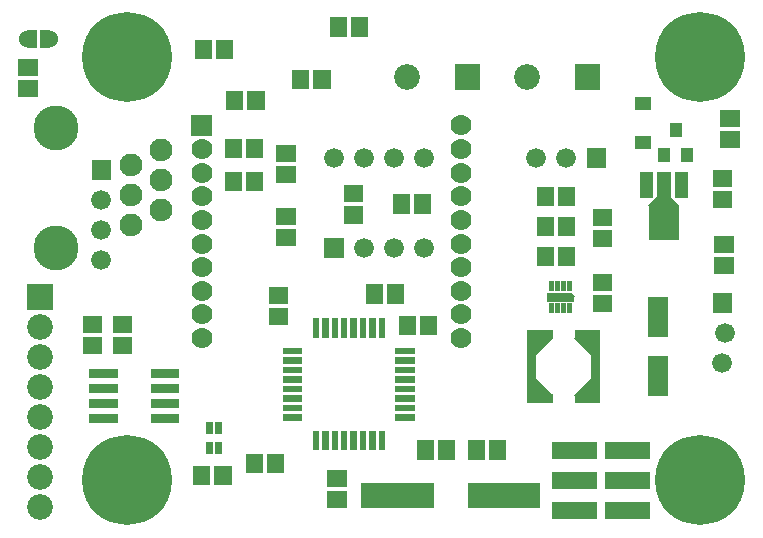
<source format=gbr>
G04 start of page 6 for group -4063 idx -4063 *
G04 Title: (unknown), componentmask *
G04 Creator: pcb 20110918 *
G04 CreationDate: Tue 05 Jan 2016 03:28:34 AM GMT UTC *
G04 For: railfan *
G04 Format: Gerber/RS-274X *
G04 PCB-Dimensions: 250000 175000 *
G04 PCB-Coordinate-Origin: lower left *
%MOIN*%
%FSLAX25Y25*%
%LNTOPMASK*%
%ADD103R,0.0227X0.0227*%
%ADD102R,0.0847X0.0847*%
%ADD101R,0.0560X0.0560*%
%ADD100R,0.0217X0.0217*%
%ADD99R,0.0300X0.0300*%
%ADD98R,0.0158X0.0158*%
%ADD97R,0.0290X0.0290*%
%ADD96R,0.0300X0.0300*%
%ADD95C,0.0600*%
%ADD94R,0.0690X0.0690*%
%ADD93R,0.0202X0.0202*%
%ADD92R,0.0400X0.0400*%
%ADD91R,0.0420X0.0420*%
%ADD90R,0.1005X0.1005*%
%ADD89R,0.0438X0.0438*%
%ADD88R,0.0572X0.0572*%
%ADD87C,0.2997*%
%ADD86C,0.1500*%
%ADD85C,0.0760*%
%ADD84C,0.0860*%
%ADD83C,0.0700*%
%ADD82C,0.0001*%
%ADD81C,0.0660*%
G54D81*X131000Y94500D03*
X141000D03*
X131000Y124500D03*
X121000D03*
X111000D03*
G54D82*G36*
X107700Y97800D02*Y91200D01*
X114300D01*
Y97800D01*
X107700D01*
G37*
G54D81*X121000Y94500D03*
G54D83*X66886Y88004D03*
Y80130D03*
Y72256D03*
Y64382D03*
G54D81*X141000Y124500D03*
G54D82*G36*
X151200Y155800D02*Y147200D01*
X159800D01*
Y155800D01*
X151200D01*
G37*
G54D83*X153500Y135248D03*
Y127374D03*
Y119500D03*
Y111626D03*
Y103752D03*
Y95878D03*
Y88004D03*
Y80130D03*
Y72256D03*
Y64382D03*
G54D84*X135500Y151500D03*
G54D83*X66886Y119500D03*
Y111626D03*
Y103752D03*
Y95878D03*
G54D81*X33500Y110500D03*
G54D85*X43500Y112000D03*
X53500Y107000D03*
G54D81*X33500Y100500D03*
G54D85*X43500Y102000D03*
G54D81*X33500Y90500D03*
G54D82*G36*
X63386Y138748D02*Y131748D01*
X70386D01*
Y138748D01*
X63386D01*
G37*
G54D83*X66886Y127374D03*
G54D85*X53500Y127000D03*
Y117000D03*
G54D86*X18500Y94500D03*
G54D82*G36*
X8700Y82300D02*Y73700D01*
X17300D01*
Y82300D01*
X8700D01*
G37*
G54D84*X13000Y68000D03*
Y58000D03*
Y48000D03*
Y38000D03*
G54D87*X42000Y158000D03*
G54D82*G36*
X30200Y123800D02*Y117200D01*
X36800D01*
Y123800D01*
X30200D01*
G37*
G54D85*X43500Y122000D03*
G54D86*X18500Y134500D03*
G54D82*G36*
X195200Y127800D02*Y121200D01*
X201800D01*
Y127800D01*
X195200D01*
G37*
G54D81*X188500Y124500D03*
X178500D03*
G54D87*X233000Y158000D03*
G54D82*G36*
X191200Y155800D02*Y147200D01*
X199800D01*
Y155800D01*
X191200D01*
G37*
G54D84*X175500Y151500D03*
G54D82*G36*
X237200Y79300D02*Y72700D01*
X243800D01*
Y79300D01*
X237200D01*
G37*
G54D81*X241500Y66000D03*
X240500Y56000D03*
G54D87*X42000Y17000D03*
G54D84*X13000Y28000D03*
Y18000D03*
Y8000D03*
G54D87*X233000Y17000D03*
G54D88*X85043Y143893D02*Y143107D01*
X77957Y143893D02*Y143107D01*
X74543Y160893D02*Y160107D01*
X67457Y160893D02*Y160107D01*
X77414Y116893D02*Y116107D01*
X84500Y116893D02*Y116107D01*
X94607Y118957D02*X95393D01*
X94607Y126043D02*X95393D01*
X77414Y127893D02*Y127107D01*
X84500Y127893D02*Y127107D01*
X99957Y150893D02*Y150107D01*
X107043Y150893D02*Y150107D01*
X112457Y168393D02*Y167607D01*
X119543Y168393D02*Y167607D01*
X94607Y97957D02*X95393D01*
X94607Y105043D02*X95393D01*
X240107Y110457D02*X240893D01*
G54D89*X221000Y117405D02*Y105595D01*
G54D90*Y103861D02*Y101971D01*
G54D82*G36*
X222885Y111850D02*X226149Y108586D01*
X224305Y106742D01*
X221041Y110006D01*
X222885Y111850D01*
G37*
G36*
X215851Y108586D02*X219115Y111850D01*
X220959Y110006D01*
X217695Y106742D01*
X215851Y108586D01*
G37*
G54D88*X240650Y88457D02*X241436D01*
X181500Y111893D02*Y111107D01*
X188586Y111893D02*Y111107D01*
X133457Y109393D02*Y108607D01*
X140543Y109393D02*Y108607D01*
X117107Y105414D02*X117893D01*
X117107Y112500D02*X117893D01*
X240107Y117543D02*X240893D01*
G54D89*X226906Y117405D02*Y113311D01*
X215094Y117405D02*Y113311D01*
G54D91*X213400Y129600D02*X214600D01*
X213400Y142500D02*X214600D01*
G54D88*X242607Y137543D02*X243393D01*
X242607Y130457D02*X243393D01*
G54D92*X224900Y134000D02*Y133400D01*
X221000Y125800D02*Y125200D01*
X228800Y125800D02*Y125200D01*
G54D88*X181457Y101893D02*Y101107D01*
X188543Y101893D02*Y101107D01*
X181500Y91893D02*Y91107D01*
X188586Y91893D02*Y91107D01*
X200150Y75957D02*X200936D01*
X200150Y83043D02*X200936D01*
X200150Y97457D02*X200936D01*
G54D82*G36*
X188372Y78117D02*X189881Y79626D01*
X191290Y78217D01*
X189781Y76708D01*
X188372Y78117D01*
G37*
G54D88*X200150Y104543D02*X200936D01*
G54D93*X182913Y77508D02*X190157D01*
G54D94*X219000Y74492D02*Y68193D01*
G54D88*X240650Y95543D02*X241436D01*
G54D95*X9100Y164000D03*
G54D96*X10600Y165500D02*Y162500D01*
G54D95*X15900Y164000D03*
G54D96*X14400Y165500D02*Y162500D01*
G54D88*X8607Y147457D02*X9393D01*
X8607Y154543D02*X9393D01*
G54D97*X198243Y65700D02*Y44300D01*
X192643D02*X198243D01*
X176843D02*X182443D01*
G54D82*G36*
X195293Y47250D02*Y43650D01*
X198893D01*
Y47250D01*
X195293D01*
G37*
G36*
X176193Y66350D02*Y62750D01*
X179793D01*
Y66350D01*
X176193D01*
G37*
G36*
Y47250D02*Y43650D01*
X179793D01*
Y47250D01*
X176193D01*
G37*
G36*
X193620Y67096D02*X199639Y61077D01*
X197093Y58531D01*
X191074Y64550D01*
X193620Y67096D01*
G37*
G36*
X191074Y45450D02*X197093Y51469D01*
X199639Y48923D01*
X193620Y42904D01*
X191074Y45450D01*
G37*
G54D97*X192643Y65700D02*X198243D01*
X176843D02*Y44300D01*
Y65700D02*X182443D01*
G54D82*G36*
X195293Y66350D02*Y62750D01*
X198893D01*
Y66350D01*
X195293D01*
G37*
G54D94*X219000Y54807D02*Y48508D01*
G54D82*G36*
X175447Y61077D02*X181466Y67096D01*
X184012Y64550D01*
X177993Y58531D01*
X175447Y61077D01*
G37*
G54D98*X189488Y82528D02*Y80756D01*
Y75244D02*Y73472D01*
X187519Y82528D02*Y80756D01*
X185551Y82528D02*Y80756D01*
X183582Y82528D02*Y80756D01*
Y75244D02*Y73472D01*
X185551Y75244D02*Y73472D01*
X187519Y75244D02*Y73472D01*
G54D99*X183405Y78000D02*X188681D01*
G54D88*X124457Y79393D02*Y78607D01*
X131543Y79393D02*Y78607D01*
X135457Y68893D02*Y68107D01*
X142543Y68893D02*Y68107D01*
G54D100*X132566Y60024D02*X136992D01*
X127023Y69992D02*Y65566D01*
X123874Y69992D02*Y65566D01*
G54D82*G36*
X177993Y51469D02*X184012Y45450D01*
X181466Y42904D01*
X175447Y48923D01*
X177993Y51469D01*
G37*
G54D88*X165543Y27393D02*Y26607D01*
G54D101*X186516Y27000D02*X196004D01*
X203996D02*X213484D01*
X186516Y17000D02*X196004D01*
X186516Y7000D02*X196004D01*
X203996D02*X213484D01*
X203996Y17000D02*X213484D01*
G54D88*X141414Y27393D02*Y26607D01*
X148500Y27393D02*Y26607D01*
X158457Y27393D02*Y26607D01*
G54D102*X159843Y12000D02*X175591D01*
X124409D02*X140157D01*
G54D100*X123874Y32434D02*Y28008D01*
X127024Y32434D02*Y28008D01*
X132566Y37977D02*X136992D01*
X132566Y41126D02*X136992D01*
X132566Y44276D02*X136992D01*
X132566Y47425D02*X136992D01*
X132566Y50575D02*X136992D01*
X132566Y53725D02*X136992D01*
X132566Y56874D02*X136992D01*
G54D88*X92150Y71457D02*X92936D01*
X92150Y78543D02*X92936D01*
G54D100*X95008Y60023D02*X99434D01*
X95008Y56874D02*X99434D01*
X95008Y53724D02*X99434D01*
X95008Y50575D02*X99434D01*
X95008Y47425D02*X99434D01*
X95008Y44275D02*X99434D01*
X95008Y41126D02*X99434D01*
X95008Y37976D02*X99434D01*
G54D88*X30107Y69043D02*X30893D01*
X30107Y61957D02*X30893D01*
G54D96*X31000Y52500D02*X37500D01*
X31000Y47500D02*X37500D01*
X31000Y42500D02*X37500D01*
X31000Y37500D02*X37500D01*
G54D88*X40107Y61957D02*X40893D01*
G54D96*X51500Y37500D02*X58000D01*
X51500Y42500D02*X58000D01*
X51500Y47500D02*X58000D01*
X51500Y52500D02*X58000D01*
G54D88*X40107Y69043D02*X40893D01*
X111607Y10457D02*X112393D01*
X111607Y17543D02*X112393D01*
G54D100*X104977Y32434D02*Y28008D01*
X108126Y32434D02*Y28008D01*
X111276Y32434D02*Y28008D01*
X114425Y32434D02*Y28008D01*
X117575Y32434D02*Y28008D01*
X120725Y32434D02*Y28008D01*
X120724Y69992D02*Y65566D01*
X117575Y69992D02*Y65566D01*
X114425Y69992D02*Y65566D01*
X111275Y69992D02*Y65566D01*
X108126Y69992D02*Y65566D01*
X104976Y69992D02*Y65566D01*
G54D88*X84457Y22893D02*Y22107D01*
X91543Y22893D02*Y22107D01*
G54D103*X72575Y35283D02*Y33413D01*
X69425Y35283D02*Y33413D01*
Y28587D02*Y26717D01*
X72575Y28587D02*Y26717D01*
G54D88*X66957Y18893D02*Y18107D01*
X74043Y18893D02*Y18107D01*
M02*

</source>
